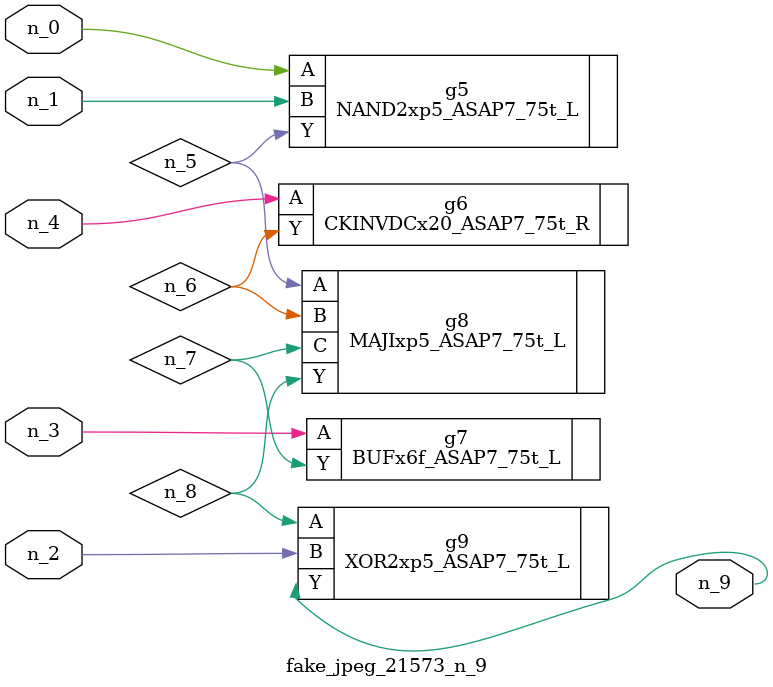
<source format=v>
module fake_jpeg_21573_n_9 (n_3, n_2, n_1, n_0, n_4, n_9);

input n_3;
input n_2;
input n_1;
input n_0;
input n_4;

output n_9;

wire n_8;
wire n_6;
wire n_5;
wire n_7;

NAND2xp5_ASAP7_75t_L g5 ( 
.A(n_0),
.B(n_1),
.Y(n_5)
);

CKINVDCx20_ASAP7_75t_R g6 ( 
.A(n_4),
.Y(n_6)
);

BUFx6f_ASAP7_75t_L g7 ( 
.A(n_3),
.Y(n_7)
);

MAJIxp5_ASAP7_75t_L g8 ( 
.A(n_5),
.B(n_6),
.C(n_7),
.Y(n_8)
);

XOR2xp5_ASAP7_75t_L g9 ( 
.A(n_8),
.B(n_2),
.Y(n_9)
);


endmodule
</source>
